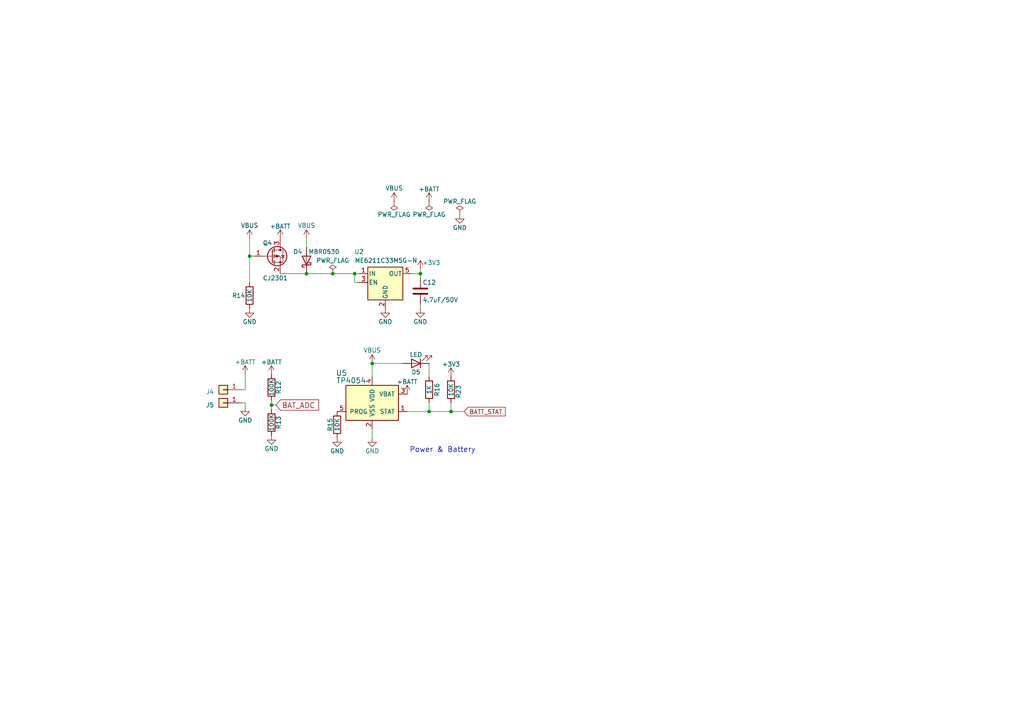
<source format=kicad_sch>
(kicad_sch (version 20230121) (generator eeschema)
  (paper "A4")
  (lib_symbols
    (symbol "Connector_Generic:Conn_01x01" (pin_names (offset 1.016) hide)
      (property "Reference" "J" (at 0 2.54 0))
      (property "Value" "Conn_01x01" (at 0 -2.54 0))
      (symbol "Conn_01x01_1_1"
        (rectangle (start -1.27 0.127) (end 0 -0.127) (stroke (width 0.1524)))
        (rectangle (start -1.27 1.27) (end 1.27 -1.27) (stroke (width 0.254)) (fill (type background)))
        (pin passive line (at -5.08 0 0) (length 3.81) (name "Pin_1") (number "1"))
      )
    )
    (symbol "Device:C" (pin_numbers hide) (pin_names (offset 0.254))
      (property "Reference" "C" (at 0.635 2.54 0))
      (property "Value" "C" (at 0.635 -2.54 0))
      (symbol "C_0_1"
        (polyline (pts (xy -2.032 -0.762) (xy 2.032 -0.762)) (stroke (width 0.508)))
        (polyline (pts (xy -2.032 0.762) (xy 2.032 0.762)) (stroke (width 0.508)))
      )
      (symbol "C_1_1"
        (pin passive line (at 0 3.81 270) (length 2.794) (name "~") (number "1"))
        (pin passive line (at 0 -3.81 90) (length 2.794) (name "~") (number "2"))
      )
    )
    (symbol "Device:D_Schottky" (pin_numbers hide) (pin_names (offset 1.016) hide)
      (property "Reference" "D" (at 0 2.54 0))
      (property "Value" "D_Schottky" (at 0 -2.54 0))
      (symbol "D_Schottky_0_1"
        (polyline (pts (xy 1.27 0) (xy -1.27 0)))
        (polyline (pts (xy 1.27 1.27) (xy 1.27 -1.27) (xy -1.27 0) (xy 1.27 1.27)) (stroke (width 0.254)))
        (polyline (pts (xy -1.905 0.635) (xy -1.905 1.27) (xy -1.27 1.27) (xy -1.27 -1.27) (xy -0.635 -1.27) (xy -0.635 -0.635)) (stroke (width 0.254)))
      )
      (symbol "D_Schottky_1_1"
        (pin passive line (at -3.81 0 0) (length 2.54) (name "K") (number "1"))
        (pin passive line (at 3.81 0 180) (length 2.54) (name "A") (number "2"))
      )
    )
    (symbol "Device:LED" (pin_numbers hide) (pin_names (offset 1.016) hide)
      (property "Reference" "D" (at 0 2.54 0))
      (property "Value" "LED" (at 0 -2.54 0))
      (symbol "LED_0_1"
        (polyline (pts (xy -1.27 -1.27) (xy -1.27 1.27)) (stroke (width 0.254)))
        (polyline (pts (xy -1.27 0) (xy 1.27 0)))
        (polyline (pts (xy 1.27 -1.27) (xy 1.27 1.27) (xy -1.27 0) (xy 1.27 -1.27)) (stroke (width 0.254)))
        (polyline (pts (xy -3.048 -0.762) (xy -4.572 -2.286) (xy -3.81 -2.286) (xy -4.572 -2.286) (xy -4.572 -1.524)))
        (polyline (pts (xy -1.778 -0.762) (xy -3.302 -2.286) (xy -2.54 -2.286) (xy -3.302 -2.286) (xy -3.302 -1.524)))
      )
      (symbol "LED_1_1"
        (pin passive line (at -3.81 0 0) (length 2.54) (name "K") (number "1"))
        (pin passive line (at 3.81 0 180) (length 2.54) (name "A") (number "2"))
      )
    )
    (symbol "Device:R" (pin_numbers hide) (pin_names (offset 0))
      (property "Reference" "R" (at 2.032 0 90))
      (property "Value" "R" (at 0 0 90))
      (symbol "R_0_1"
        (rectangle (start -1.016 -2.54) (end 1.016 2.54) (stroke (width 0.254)))
      )
      (symbol "R_1_1"
        (pin passive line (at 0 3.81 270) (length 1.27) (name "~") (number "1"))
        (pin passive line (at 0 -3.81 90) (length 1.27) (name "~") (number "2"))
      )
    )
    (symbol "Regulator_Linear:TLV70033_SOT23-5" (pin_names (offset 0.254))
      (property "Reference" "U" (at -3.81 5.715 0))
      (property "Value" "TLV70033_SOT23-5" (at 0 5.715 0))
      (symbol "TLV70033_SOT23-5_0_1"
        (rectangle (start -5.08 4.445) (end 5.08 -5.08) (stroke (width 0.254)) (fill (type background)))
      )
      (symbol "TLV70033_SOT23-5_1_1"
        (pin power_in line (at -7.62 2.54 0) (length 2.54) (name "IN") (number "1"))
        (pin power_in line (at 0 -7.62 90) (length 2.54) (name "GND") (number "2"))
        (pin input line (at -7.62 0 0) (length 2.54) (name "EN") (number "3"))
        (pin no_connect line (at 5.08 0 180) (length 2.54) hide (name "NC") (number "4"))
        (pin power_out line (at 7.62 2.54 180) (length 2.54) (name "OUT") (number "5"))
      )
    )
    (symbol "Transistor_FET:BSS83P" (pin_names hide)
      (property "Reference" "Q" (at 5.08 1.905 0))
      (property "Value" "BSS83P" (at 5.08 0 0))
      (symbol "BSS83P_0_1"
        (polyline (pts (xy 0.254 0) (xy -2.54 0)))
        (polyline (pts (xy 0.254 1.905) (xy 0.254 -1.905)) (stroke (width 0.254)))
        (polyline (pts (xy 0.762 -1.27) (xy 0.762 -2.286)) (stroke (width 0.254)))
        (polyline (pts (xy 0.762 0.508) (xy 0.762 -0.508)) (stroke (width 0.254)))
        (polyline (pts (xy 0.762 2.286) (xy 0.762 1.27)) (stroke (width 0.254)))
        (polyline (pts (xy 2.54 2.54) (xy 2.54 1.778)))
        (polyline (pts (xy 2.54 -2.54) (xy 2.54 0) (xy 0.762 0)))
        (polyline (pts (xy 0.762 1.778) (xy 3.302 1.778) (xy 3.302 -1.778) (xy 0.762 -1.778)))
        (polyline (pts (xy 2.286 0) (xy 1.27 0.381) (xy 1.27 -0.381) (xy 2.286 0)) (fill (type outline)))
        (polyline (pts (xy 2.794 -0.508) (xy 2.921 -0.381) (xy 3.683 -0.381) (xy 3.81 -0.254)))
        (polyline (pts (xy 3.302 -0.381) (xy 2.921 0.254) (xy 3.683 0.254) (xy 3.302 -0.381)))
        (circle (center 1.651 0) (radius 2.794) (stroke (width 0.254)))
        (circle (center 2.54 -1.778) (radius 0.254) (fill (type outline)))
        (circle (center 2.54 1.778) (radius 0.254) (fill (type outline)))
      )
      (symbol "BSS83P_1_1"
        (pin input line (at -5.08 0 0) (length 2.54) (name "G") (number "1"))
        (pin passive line (at 2.54 -5.08 90) (length 2.54) (name "S") (number "2"))
        (pin passive line (at 2.54 5.08 270) (length 2.54) (name "D") (number "3"))
      )
    )
    (symbol "Watchy-rescue:MCP73831-2-OT-Battery_Management" (pin_names (offset 1.016))
      (property "Reference" "U" (at -7.62 6.35 0))
      (property "Value" "Battery_Management_MCP73831-2-OT" (at 1.27 6.35 0))
      (symbol "MCP73831-2-OT-Battery_Management_0_1"
        (rectangle (start -7.62 5.08) (end 7.62 -5.08) (stroke (width 0.254)) (fill (type background)))
      )
      (symbol "MCP73831-2-OT-Battery_Management_1_1"
        (pin output line (at 10.16 -2.54 180) (length 2.54) (name "STAT") (number "1"))
        (pin power_in line (at 0 -7.62 90) (length 2.54) (name "VSS") (number "2"))
        (pin power_out line (at 10.16 2.54 180) (length 2.54) (name "VBAT") (number "3"))
        (pin power_in line (at 0 7.62 270) (length 2.54) (name "VDD") (number "4"))
        (pin input line (at -10.16 -2.54 0) (length 2.54) (name "PROG") (number "5"))
      )
    )
    (symbol "power:+3V3" (power) (pin_names (offset 0))
      (property "Value" "+3V3" (at 0 3.556 0))
      (symbol "+3V3_0_1"
        (polyline (pts (xy -0.762 1.27) (xy 0 2.54)))
        (polyline (pts (xy 0 0) (xy 0 2.54)))
        (polyline (pts (xy 0 2.54) (xy 0.762 1.27)))
      )
      (symbol "+3V3_1_1"
        (pin power_in line (at 0 0 90) (length 0) hide (name "+3V3") (number "1"))
      )
    )
    (symbol "power:+BATT" (power) (pin_names (offset 0))
      (property "Value" "+BATT" (at 0 3.556 0))
      (symbol "+BATT_0_1"
        (polyline (pts (xy -0.762 1.27) (xy 0 2.54)))
        (polyline (pts (xy 0 0) (xy 0 2.54)))
        (polyline (pts (xy 0 2.54) (xy 0.762 1.27)))
      )
      (symbol "+BATT_1_1"
        (pin power_in line (at 0 0 90) (length 0) hide (name "+BATT") (number "1"))
      )
    )
    (symbol "power:GND" (power) (pin_names (offset 0))
      (property "Value" "GND" (at 0 -3.81 0))
      (symbol "GND_0_1"
        (polyline (pts (xy 0 0) (xy 0 -1.27) (xy 1.27 -1.27) (xy 0 -2.54) (xy -1.27 -1.27) (xy 0 -1.27)))
      )
      (symbol "GND_1_1"
        (pin power_in line (at 0 0 270) (length 0) hide (name "GND") (number "1"))
      )
    )
    (symbol "power:PWR_FLAG" (power) (pin_numbers hide) (pin_names (offset 0) hide)
      (property "Value" "PWR_FLAG" (at 0 3.81 0))
      (symbol "PWR_FLAG_0_0"
        (pin power_out line (at 0 0 90) (length 0) (name "pwr") (number "1"))
      )
      (symbol "PWR_FLAG_0_1"
        (polyline (pts (xy 0 0) (xy 0 1.27) (xy -1.016 1.905) (xy 0 2.54) (xy 1.016 1.905) (xy 0 1.27)))
      )
    )
    (symbol "power:VBUS" (power) (pin_names (offset 0))
      (property "Value" "VBUS" (at 0 3.81 0))
      (symbol "VBUS_0_1"
        (polyline (pts (xy -0.762 1.27) (xy 0 2.54)))
        (polyline (pts (xy 0 0) (xy 0 2.54)))
        (polyline (pts (xy 0 2.54) (xy 0.762 1.27)))
      )
      (symbol "VBUS_1_1"
        (pin power_in line (at 0 0 90) (length 0) hide (name "VBUS") (number "1"))
      )
    )
  )
  (junction (at 102.87 79.375))
  (junction (at 78.74 117.475))
  (junction (at 107.95 105.41))
  (junction (at 72.39 74.295))
  (junction (at 130.81 119.38))
  (junction (at 88.9 79.375))
  (junction (at 96.52 79.375))
  (junction (at 121.92 79.375))
  (junction (at 124.46 119.38))
  (wire (pts (xy 102.87 81.915) (xy 104.14 81.915)))
  (wire (pts (xy 72.39 74.295) (xy 72.39 81.915)))
  (wire (pts (xy 121.92 88.265) (xy 121.92 89.535)))
  (wire (pts (xy 72.39 69.215) (xy 72.39 74.295)))
  (wire (pts (xy 130.81 116.84) (xy 130.81 119.38)))
  (wire (pts (xy 124.46 105.41) (xy 124.46 109.22)))
  (wire (pts (xy 118.11 119.38) (xy 124.46 119.38)))
  (wire (pts (xy 78.74 117.475) (xy 78.74 118.745)))
  (wire (pts (xy 81.28 79.375) (xy 88.9 79.375)))
  (wire (pts (xy 102.87 79.375) (xy 102.87 81.915)))
  (wire (pts (xy 69.85 116.84) (xy 71.12 116.84)))
  (wire (pts (xy 88.9 79.375) (xy 96.52 79.375)))
  (wire (pts (xy 107.95 105.41) (xy 116.84 105.41)))
  (wire (pts (xy 72.39 74.295) (xy 73.66 74.295)))
  (wire (pts (xy 88.9 69.215) (xy 88.9 71.755)))
  (wire (pts (xy 134.62 119.38) (xy 130.81 119.38)))
  (wire (pts (xy 121.92 78.105) (xy 121.92 79.375)))
  (wire (pts (xy 124.46 116.84) (xy 124.46 119.38)))
  (wire (pts (xy 96.52 79.375) (xy 102.87 79.375)))
  (wire (pts (xy 69.85 113.03) (xy 71.12 113.03)))
  (wire (pts (xy 121.92 79.375) (xy 121.92 80.645)))
  (wire (pts (xy 71.12 116.84) (xy 71.12 118.11)))
  (wire (pts (xy 107.95 105.41) (xy 107.95 109.22)))
  (wire (pts (xy 119.38 79.375) (xy 121.92 79.375)))
  (wire (pts (xy 80.01 117.475) (xy 78.74 117.475)))
  (wire (pts (xy 102.87 79.375) (xy 104.14 79.375)))
  (wire (pts (xy 71.12 113.03) (xy 71.12 108.585)))
  (wire (pts (xy 107.95 127) (xy 107.95 124.46)))
  (wire (pts (xy 130.81 119.38) (xy 124.46 119.38)))
  (wire (pts (xy 78.74 116.205) (xy 78.74 117.475)))
  (text "Power & Battery" (at 118.745 131.445 0) (effects (font (size 1.524 1.524)) (justify left bottom)))
  (global_label "BAT_ADC" (shape input) (at 80.01 117.475 0) (effects (font (size 1.524 1.524))) (property "Intersheetrefs" "${INTERSHEET_REFS}" (effects hide)))
  (global_label "BATT_STAT" (shape input) (at 134.62 119.38 0) (property "Intersheetrefs" "${INTERSHEET_REFS}" (effects hide)))
  (symbol (lib_id "Device:R") (at 97.79 123.19 180) (unit 1)
    (property "Reference" "R15" (at 95.758 123.19 90))
    (property "Value" "10K" (at 97.79 123.19 90))
    (property "Footprint" "Watchy:R_0402" (effects hide))
  )
  (symbol (lib_id "power:VBUS") (at 88.9 69.215 0) (unit 1)
    (property "Reference" "#PWR042" (effects hide))
    (property "Value" "VBUS" (at 88.9 65.405 0))
    (instances (project "Watchy" (path "" (reference "#PWR042") (unit 1)) (path "" (reference "#PWR047") (unit 1))))
  )
  (symbol (lib_id "power:VBUS") (at 107.95 105.41 0) (unit 1)
    (property "Reference" "#PWR052" (effects hide))
    (property "Value" "VBUS" (at 107.95 101.6 0))
  )
  (symbol (lib_id "power:GND") (at 97.79 127 0) (unit 1)
    (property "Reference" "#PWR055" (effects hide))
    (property "Value" "GND" (at 97.79 130.81 0))
    (instances (project "Watchy" (path "" (reference "#PWR055") (unit 1)) (path "" (reference "#PWR048") (unit 1))))
  )
  (symbol (lib_id "power:PWR_FLAG") (at 96.52 79.375 0) (unit 1)
    (property "Reference" "#FLG02" (effects hide))
    (property "Value" "PWR_FLAG" (at 96.52 75.565 0))
    (instances (project "Watchy" (path "" (reference "#FLG02") (unit 1)) (path "" (reference "#FLG01") (unit 1))))
  )
  (symbol (lib_id "Device:R") (at 72.39 85.725 0) (unit 1)
    (property "Reference" "R14" (at 69.215 85.725 0))
    (property "Value" "10K" (at 72.39 85.725 90))
    (property "Footprint" "Watchy:R_0402" (effects hide))
    (instances (project "Watchy" (path "" (reference "R14") (unit 1)) (path "" (reference "R12") (unit 1))))
  )
  (symbol (lib_id "power:GND") (at 111.76 89.535 0) (unit 1)
    (property "Reference" "#PWR044" (effects hide))
    (property "Value" "GND" (at 111.76 93.345 0))
    (instances (project "Watchy" (path "" (reference "#PWR044") (unit 1)) (path "" (reference "#PWR054") (unit 1))))
  )
  (symbol (lib_id "power:GND") (at 107.95 127 0) (unit 1)
    (property "Reference" "#PWR057" (effects hide))
    (property "Value" "GND" (at 107.95 130.81 0))
    (instances (project "Watchy" (path "" (reference "#PWR057") (unit 1)) (path "" (reference "#PWR053") (unit 1))))
  )
  (symbol (lib_id "power:+BATT") (at 71.12 108.585 0) (unit 1)
    (property "Reference" "#PWR054" (effects hide))
    (property "Value" "+BATT" (at 71.12 105.029 0))
    (instances (project "Watchy" (path "" (reference "#PWR054") (unit 1)) (path "" (reference "#PWR037") (unit 1))))
  )
  (symbol (lib_id "power:PWR_FLAG") (at 124.46 58.42 180) (unit 1)
    (property "Reference" "#FLG0103" (effects hide))
    (property "Value" "PWR_FLAG" (at 124.46 62.23 0))
    (instances (project "Watchy" (path "" (reference "#FLG0103") (unit 1)) (path "" (reference "#FLG03") (unit 1))))
  )
  (symbol (lib_id "power:GND") (at 78.74 126.365 0) (unit 1)
    (property "Reference" "#PWR046" (effects hide))
    (property "Value" "GND" (at 78.74 130.175 0))
    (instances (project "Watchy" (path "" (reference "#PWR046") (unit 1)) (path "" (reference "#PWR044") (unit 1))))
  )
  (symbol (lib_id "Device:D_Schottky") (at 88.9 75.565 90) (unit 1)
    (property "Reference" "D4" (at 86.36 73.025 90))
    (property "Value" "MBR0530" (at 93.98 73.025 90))
    (property "Footprint" "Watchy:D_SOD-123" (effects hide))
  )
  (symbol (lib_id "Device:C") (at 121.92 84.455 0) (unit 1)
    (property "Reference" "C12" (at 122.555 81.915 0) (effects (justify left)))
    (property "Value" "4.7uF/50V" (at 122.555 86.995 0) (effects (justify left)))
    (property "Footprint" "Watchy:C_0805" (effects hide))
  )
  (symbol (lib_id "power:GND") (at 121.92 89.535 0) (unit 1)
    (property "Reference" "#PWR047" (effects hide))
    (property "Value" "GND" (at 121.92 93.345 0))
    (instances (project "Watchy" (path "" (reference "#PWR047") (unit 1)) (path "" (reference "#PWR070") (unit 1))))
  )
  (symbol (lib_id "Connector_Generic:Conn_01x01") (at 64.77 116.84 180) (unit 1)
    (property "Reference" "J5" (at 62.103 117.475 0) (effects (justify left)))
    (property "Value" "Conn_01x01" (effects hide))
    (property "Footprint" "Watchy:BatteryPads" (effects hide))
    (instances (project "Watchy" (path "" (reference "J5") (unit 1)) (path "" (reference "J4") (unit 1))))
  )
  (symbol (lib_id "Device:LED") (at 120.65 105.41 180) (unit 1)
    (property "Reference" "D5" (at 120.65 107.95 0))
    (property "Value" "LED" (at 120.65 102.87 0))
    (property "Footprint" "Watchy:LED_0603" (effects hide))
  )
  (symbol (lib_id "power:+BATT") (at 124.46 58.42 0) (unit 1)
    (property "Reference" "#PWR0105" (effects hide))
    (property "Value" "+BATT" (at 124.46 54.864 0))
    (instances (project "Watchy" (path "" (reference "#PWR0105") (unit 1)) (path "" (reference "#PWR071") (unit 1))))
  )
  (symbol (lib_id "power:VBUS") (at 72.39 69.215 0) (unit 1)
    (property "Reference" "#PWR043" (effects hide))
    (property "Value" "VBUS" (at 72.39 65.405 0))
    (instances (project "Watchy" (path "" (reference "#PWR043") (unit 1)) (path "" (reference "#PWR039") (unit 1))))
  )
  (symbol (lib_id "power:GND") (at 71.12 118.11 0) (unit 1)
    (property "Reference" "#PWR056" (effects hide))
    (property "Value" "GND" (at 71.12 121.92 0))
    (instances (project "Watchy" (path "" (reference "#PWR056") (unit 1)) (path "" (reference "#PWR038") (unit 1))))
  )
  (symbol (lib_id "Connector_Generic:Conn_01x01") (at 64.77 113.03 180) (unit 1)
    (property "Reference" "J4" (at 62.103 113.665 0) (effects (justify left)))
    (property "Value" "Conn_01x01" (effects hide))
    (property "Footprint" "Watchy:BatteryPads" (effects hide))
    (instances (project "Watchy" (path "" (reference "J4") (unit 1)) (path "" (reference "J3") (unit 1))))
  )
  (symbol (lib_id "power:GND") (at 133.35 62.23 0) (unit 1)
    (property "Reference" "#PWR0104" (effects hide))
    (property "Value" "GND" (at 133.35 66.04 0))
    (instances (project "Watchy" (path "" (reference "#PWR0104") (unit 1)) (path "" (reference "#PWR072") (unit 1))))
  )
  (symbol (lib_id "power:+BATT") (at 118.11 114.3 0) (unit 1)
    (property "Reference" "#PWR053" (effects hide))
    (property "Value" "+BATT" (at 118.11 110.744 0))
    (instances (project "Watchy" (path "" (reference "#PWR053") (unit 1)) (path "" (reference "#PWR056") (unit 1))))
  )
  (symbol (lib_id "Device:R") (at 78.74 112.395 0) (unit 1)
    (property "Reference" "R12" (at 80.772 112.395 90))
    (property "Value" "100K" (at 78.74 112.395 90))
    (property "Footprint" "Watchy:R_0402" (effects hide))
    (instances (project "Watchy" (path "" (reference "R12") (unit 1)) (path "" (reference "R13") (unit 1))))
  )
  (symbol (lib_id "power:+BATT") (at 78.74 108.585 0) (unit 1)
    (property "Reference" "#PWR037" (effects hide))
    (property "Value" "+BATT" (at 78.74 105.029 0))
    (instances (project "Watchy" (path "" (reference "#PWR037") (unit 1)) (path "" (reference "#PWR043") (unit 1))))
  )
  (symbol (lib_id "Device:R") (at 130.81 113.03 180) (unit 1)
    (property "Reference" "R23" (at 132.969 111.633 90) (effects (justify left)))
    (property "Value" "10K" (at 130.81 111.125 90) (effects (justify left)))
    (property "Footprint" "Watchy:R_0402" (effects hide))
    (instances (project "Watchy" (path "" (reference "R23") (unit 1)) (path "" (reference "R3") (unit 1)) (path "" (reference "R3") (unit 1))))
  )
  (symbol (lib_id "Device:R") (at 124.46 113.03 180) (unit 1)
    (property "Reference" "R16" (at 126.746 113.03 90))
    (property "Value" "1K" (at 124.46 113.03 90))
    (property "Footprint" "Watchy:R_0402" (effects hide))
  )
  (symbol (lib_id "power:GND") (at 72.39 89.535 0) (unit 1)
    (property "Reference" "#PWR048" (effects hide))
    (property "Value" "GND" (at 72.39 93.345 0))
    (instances (project "Watchy" (path "" (reference "#PWR048") (unit 1)) (path "" (reference "#PWR042") (unit 1))))
  )
  (symbol (lib_id "power:PWR_FLAG") (at 114.3 58.42 180) (unit 1)
    (property "Reference" "#FLG0101" (effects hide))
    (property "Value" "PWR_FLAG" (at 114.3 62.23 0))
    (instances (project "Watchy" (path "" (reference "#FLG0101") (unit 1)) (path "" (reference "#FLG02") (unit 1))))
  )
  (symbol (lib_id "Device:R") (at 78.74 122.555 0) (unit 1)
    (property "Reference" "R13" (at 80.772 122.555 90))
    (property "Value" "100K" (at 78.74 122.555 90))
    (property "Footprint" "Watchy:R_0402" (effects hide))
    (instances (project "Watchy" (path "" (reference "R13") (unit 1)) (path "" (reference "R14") (unit 1))))
  )
  (symbol (lib_id "Regulator_Linear:TLV70033_SOT23-5") (at 111.76 81.915 0) (unit 1)
    (property "Reference" "U2" (at 104.14 73.025 0))
    (property "Value" "ME6211C33M5G-N" (at 102.87 75.565 0) (effects (justify left)))
    (property "Footprint" "Watchy:SOT-23-5" (effects hide))
    (instances (project "Watchy" (path "" (reference "U2") (unit 1)) (path "" (reference "U4") (unit 1))))
  )
  (symbol (lib_id "power:PWR_FLAG") (at 133.35 62.23 0) (unit 1)
    (property "Reference" "#FLG0102" (effects hide))
    (property "Value" "PWR_FLAG" (at 133.35 58.42 0))
    (instances (project "Watchy" (path "" (reference "#FLG0102") (unit 1)) (path "" (reference "#FLG04") (unit 1))))
  )
  (symbol (lib_id "power:+3V3") (at 130.81 109.22 0) (unit 1)
    (property "Reference" "#PWR069" (effects hide))
    (property "Value" "+3V3" (at 130.81 105.664 0))
    (instances (project "Watchy" (path "" (reference "#PWR069") (unit 1)) (path "" (reference "#PWR062") (unit 1)) (path "" (reference "#PWR020") (unit 1))))
  )
  (symbol (lib_id "power:+BATT") (at 81.28 69.215 0) (unit 1)
    (property "Reference" "#PWR038" (effects hide))
    (property "Value" "+BATT" (at 81.28 65.659 0))
    (instances (project "Watchy" (path "" (reference "#PWR038") (unit 1)) (path "" (reference "#PWR046") (unit 1))))
  )
  (symbol (lib_id "power:+3V3") (at 121.92 78.105 0) (unit 1)
    (property "Reference" "#PWR039" (effects hide))
    (property "Value" "+3V3" (at 125.095 76.2 0))
    (instances (project "Watchy" (path "" (reference "#PWR039") (unit 1)) (path "" (reference "#PWR057") (unit 1))))
  )
  (symbol (lib_id "Watchy-rescue:MCP73831-2-OT-Battery_Management") (at 107.95 116.84 0) (unit 1)
    (property "Reference" "U5" (at 99.06 108.204 0) (effects (font (size 1.524 1.524))))
    (property "Value" "TP4054" (at 101.854 110.363 0) (effects (font (size 1.524 1.524))))
    (property "Footprint" "Package_TO_SOT_SMD:SOT-23-5" (effects hide))
    (instances (project "Watchy" (path "" (reference "U5") (unit 1)) (path "" (reference "U2") (unit 1))))
  )
  (symbol (lib_id "power:VBUS") (at 114.3 58.42 0) (unit 1)
    (property "Reference" "#PWR0103" (effects hide))
    (property "Value" "VBUS" (at 114.3 54.61 0))
    (instances (project "Watchy" (path "" (reference "#PWR0103") (unit 1)) (path "" (reference "#PWR055") (unit 1))))
  )
  (symbol (lib_id "Transistor_FET:BSS83P") (at 78.74 74.295 0) (unit 1)
    (property "Reference" "Q4" (at 76.2 70.485 0) (effects (justify left)))
    (property "Value" "CJ2301" (at 76.2 80.645 0) (effects (justify left)))
    (property "Footprint" "Watchy:SOT-23" (effects hide))
    (instances (project "Watchy" (path "" (reference "Q4") (unit 1)) (path "" (reference "Q3") (unit 1))))
  )
)
</source>
